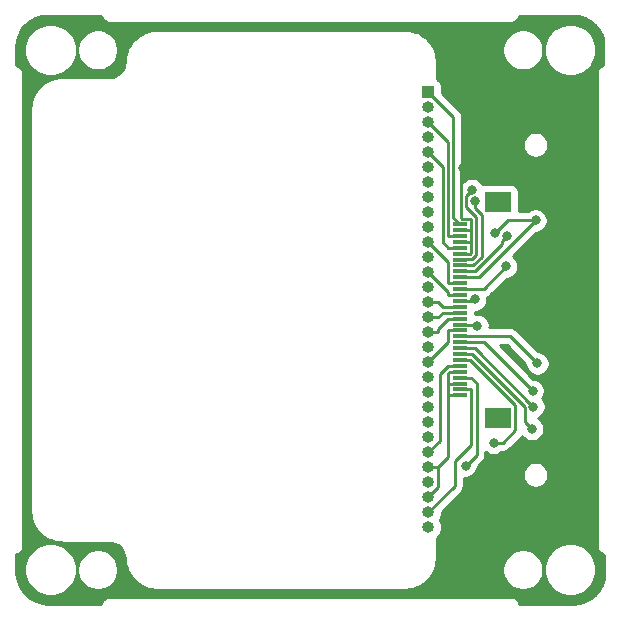
<source format=gbr>
G04 #@! TF.GenerationSoftware,KiCad,Pcbnew,5.1.2-f72e74a~84~ubuntu18.04.1*
G04 #@! TF.CreationDate,2019-07-12T15:09:15+09:00*
G04 #@! TF.ProjectId,top_pcb,746f705f-7063-4622-9e6b-696361645f70,rev?*
G04 #@! TF.SameCoordinates,Original*
G04 #@! TF.FileFunction,Copper,L2,Bot*
G04 #@! TF.FilePolarity,Positive*
%FSLAX46Y46*%
G04 Gerber Fmt 4.6, Leading zero omitted, Abs format (unit mm)*
G04 Created by KiCad (PCBNEW 5.1.2-f72e74a~84~ubuntu18.04.1) date 2019-07-12 15:09:15*
%MOMM*%
%LPD*%
G04 APERTURE LIST*
%ADD10R,2.200000X1.800000*%
%ADD11R,1.300000X0.300000*%
%ADD12R,1.000000X1.000000*%
%ADD13O,1.000000X1.000000*%
%ADD14C,0.800000*%
%ADD15C,0.250000*%
%ADD16C,0.254000*%
G04 APERTURE END LIST*
D10*
X140900000Y-84150000D03*
X140900000Y-65850000D03*
D11*
X137650000Y-67750000D03*
X137650000Y-68250000D03*
X137650000Y-68750000D03*
X137650000Y-69250000D03*
X137650000Y-69750000D03*
X137650000Y-70250000D03*
X137650000Y-70750000D03*
X137650000Y-71250000D03*
X137650000Y-71750000D03*
X137650000Y-72250000D03*
X137650000Y-72750000D03*
X137650000Y-73250000D03*
X137650000Y-73750000D03*
X137650000Y-74250000D03*
X137650000Y-74750000D03*
X137650000Y-75250000D03*
X137650000Y-75750000D03*
X137650000Y-76250000D03*
X137650000Y-76750000D03*
X137650000Y-77250000D03*
X137650000Y-77750000D03*
X137650000Y-78250000D03*
X137650000Y-78750000D03*
X137650000Y-79250000D03*
X137650000Y-79750000D03*
X137650000Y-80250000D03*
X137650000Y-80750000D03*
X137650000Y-81250000D03*
X137650000Y-81750000D03*
X137650000Y-82250000D03*
D12*
X135000000Y-56585000D03*
D13*
X135000000Y-57855000D03*
X135000000Y-59125000D03*
X135000000Y-60395000D03*
X135000000Y-61665000D03*
X135000000Y-62935000D03*
X135000000Y-64205000D03*
X135000000Y-65475000D03*
X135000000Y-66745000D03*
X135000000Y-68015000D03*
X135000000Y-69285000D03*
X135000000Y-70555000D03*
X135000000Y-71825000D03*
X135000000Y-73095000D03*
X135000000Y-74365000D03*
X135000000Y-75635000D03*
X135000000Y-76905000D03*
X135000000Y-78175000D03*
X135000000Y-79445000D03*
X135000000Y-80715000D03*
X135000000Y-81985000D03*
X135000000Y-83255000D03*
X135000000Y-84525000D03*
X135000000Y-85795000D03*
X135000000Y-87065000D03*
X135000000Y-88335000D03*
X135000000Y-89605000D03*
X135000000Y-90875000D03*
X135000000Y-92145000D03*
X135000000Y-93415000D03*
D14*
X137922000Y-62979300D03*
X138823700Y-60401200D03*
X139039600Y-57924700D03*
X143904163Y-55040424D03*
X144416310Y-94721210D03*
X106047125Y-99553165D03*
X106299000Y-50698400D03*
X138923433Y-65834545D03*
X140657300Y-68482800D03*
X144074000Y-67429500D03*
X141587400Y-71335400D03*
X138958500Y-74125000D03*
X139141200Y-76365100D03*
X144237200Y-79541500D03*
X143900600Y-83209500D03*
X140522600Y-86265300D03*
X138150500Y-88191800D03*
X143760500Y-85084700D03*
X143826800Y-81865500D03*
X141657600Y-68749900D03*
X138679700Y-64864700D03*
D15*
X138550000Y-69250000D02*
X137650000Y-69250000D01*
X138625001Y-69325001D02*
X138550000Y-69250000D01*
X138625001Y-70160001D02*
X138625001Y-69325001D01*
X138535002Y-70250000D02*
X138625001Y-70160001D01*
X137650000Y-70250000D02*
X138535002Y-70250000D01*
X138550000Y-68250000D02*
X137650000Y-68250000D01*
X138585000Y-68250000D02*
X138550000Y-68250000D01*
X138625001Y-68290001D02*
X138585000Y-68250000D01*
X138625001Y-69325001D02*
X138625001Y-68290001D01*
X138560001Y-67274999D02*
X137811409Y-67274999D01*
X138625001Y-67339999D02*
X138560001Y-67274999D01*
X138585000Y-68250000D02*
X138625001Y-68209999D01*
X138625001Y-68209999D02*
X138625001Y-67339999D01*
X137748422Y-63152878D02*
X137922000Y-62979300D01*
X137811409Y-67274999D02*
X137748422Y-67212012D01*
X137748422Y-67212012D02*
X137748422Y-63152878D01*
X138823700Y-60401200D02*
X138823700Y-58140600D01*
X138823700Y-58140600D02*
X139039600Y-57924700D01*
X143904163Y-55040424D02*
X143904163Y-57594963D01*
X147294600Y-60985400D02*
X147294600Y-91592400D01*
X143904163Y-57594963D02*
X147294600Y-60985400D01*
X147294600Y-91592400D02*
X144416310Y-94470690D01*
X144416310Y-94470690D02*
X144416310Y-94721210D01*
X143904163Y-55040424D02*
X138123824Y-55040424D01*
X138123824Y-55040424D02*
X134150100Y-51066700D01*
X134150100Y-51066700D02*
X106667300Y-51066700D01*
X106667300Y-51066700D02*
X106299000Y-50698400D01*
X139525021Y-70532801D02*
X139525020Y-66967198D01*
X138923433Y-66365611D02*
X138923433Y-65834545D01*
X139525020Y-66967198D02*
X138923433Y-66365611D01*
X138807822Y-71250000D02*
X139525021Y-70532801D01*
X137650000Y-71250000D02*
X138807822Y-71250000D01*
X144074000Y-67429500D02*
X141710600Y-67429500D01*
X141710600Y-67429500D02*
X140657300Y-68482800D01*
X137650000Y-72250000D02*
X139253500Y-72250000D01*
X139253500Y-72250000D02*
X144074000Y-67429500D01*
X137650000Y-73250000D02*
X139672800Y-73250000D01*
X139672800Y-73250000D02*
X141587400Y-71335400D01*
X138958500Y-74125000D02*
X138833500Y-74250000D01*
X138833500Y-74250000D02*
X137650000Y-74250000D01*
X135000000Y-75635000D02*
X135825300Y-75635000D01*
X135825300Y-75635000D02*
X136210300Y-75250000D01*
X136210300Y-75250000D02*
X137650000Y-75250000D01*
X139141200Y-76365100D02*
X139026100Y-76250000D01*
X139026100Y-76250000D02*
X137650000Y-76250000D01*
X144237200Y-79541500D02*
X141945700Y-77250000D01*
X141945700Y-77250000D02*
X137650000Y-77250000D01*
X137650000Y-78250000D02*
X138941100Y-78250000D01*
X138941100Y-78250000D02*
X143900600Y-83209500D01*
X140522600Y-86265300D02*
X141285700Y-86265300D01*
X141285700Y-86265300D02*
X142376700Y-85174300D01*
X142376700Y-85174300D02*
X142376700Y-83103700D01*
X142376700Y-83103700D02*
X138523000Y-79250000D01*
X138523000Y-79250000D02*
X137650000Y-79250000D01*
X136674700Y-81250000D02*
X136674700Y-80386900D01*
X136674700Y-80386900D02*
X136811600Y-80250000D01*
X136811600Y-80250000D02*
X137650000Y-80250000D01*
X136787300Y-81250000D02*
X136674700Y-81250000D01*
X137650000Y-81250000D02*
X136787300Y-81250000D01*
X136674700Y-82250000D02*
X136674700Y-81250000D01*
X135825300Y-88335000D02*
X136674700Y-87485600D01*
X136674700Y-87485600D02*
X136674700Y-82250000D01*
X135825300Y-88335000D02*
X135825300Y-90049700D01*
X135825300Y-90049700D02*
X135000000Y-90875000D01*
X137650000Y-82250000D02*
X136674700Y-82250000D01*
X135000000Y-88335000D02*
X135825300Y-88335000D01*
X138625300Y-81750000D02*
X138625300Y-86428200D01*
X138625300Y-86428200D02*
X137225400Y-87828100D01*
X137225400Y-87828100D02*
X137225400Y-89919600D01*
X137225400Y-89919600D02*
X135000000Y-92145000D01*
X137650000Y-81750000D02*
X138625300Y-81750000D01*
X137650000Y-80750000D02*
X138625300Y-80750000D01*
X138150500Y-88191800D02*
X139075700Y-87266600D01*
X139075700Y-87266600D02*
X139075700Y-81200400D01*
X139075700Y-81200400D02*
X138625300Y-80750000D01*
X137650000Y-79750000D02*
X136674700Y-79750000D01*
X135000000Y-87065000D02*
X135965000Y-86100000D01*
X135965000Y-86100000D02*
X135965000Y-80459700D01*
X135965000Y-80459700D02*
X136674700Y-79750000D01*
X143760500Y-85084700D02*
X143160500Y-84484700D01*
X143160500Y-84484700D02*
X143160500Y-83250600D01*
X143160500Y-83250600D02*
X138659900Y-78750000D01*
X138659900Y-78750000D02*
X137650000Y-78750000D01*
X143826800Y-81865500D02*
X139711300Y-77750000D01*
X139711300Y-77750000D02*
X137650000Y-77750000D01*
X137650000Y-76750000D02*
X136674700Y-76750000D01*
X135000000Y-79445000D02*
X136674700Y-77770300D01*
X136674700Y-77770300D02*
X136674700Y-76750000D01*
X137650000Y-75750000D02*
X136674700Y-75750000D01*
X135000000Y-76905000D02*
X135825300Y-76905000D01*
X135825300Y-76905000D02*
X135825300Y-76599400D01*
X135825300Y-76599400D02*
X136674700Y-75750000D01*
X135000000Y-74365000D02*
X135825300Y-74365000D01*
X135825300Y-74365000D02*
X136210300Y-74750000D01*
X136210300Y-74750000D02*
X137650000Y-74750000D01*
X137650000Y-73750000D02*
X136674700Y-73750000D01*
X135000000Y-71825000D02*
X136674700Y-73499700D01*
X136674700Y-73499700D02*
X136674700Y-73750000D01*
X141657600Y-68749900D02*
X141657600Y-68864700D01*
X141257601Y-69436631D02*
X141257601Y-69149899D01*
X141257601Y-69149899D02*
X141657600Y-68749900D01*
X138944232Y-71750000D02*
X141257601Y-69436631D01*
X137650000Y-71750000D02*
X138944232Y-71750000D01*
X137656599Y-70725001D02*
X137650000Y-70731600D01*
X138679700Y-64864700D02*
X138198432Y-65345968D01*
X138198432Y-65345968D02*
X138198432Y-66277020D01*
X139075011Y-70346401D02*
X138696411Y-70725001D01*
X139075011Y-67153599D02*
X139075011Y-70346401D01*
X138198432Y-66277020D02*
X139075011Y-67153599D01*
X137650000Y-70731600D02*
X137650000Y-70750000D01*
X138696411Y-70725001D02*
X137656599Y-70725001D01*
X136674700Y-69750000D02*
X136216600Y-69291900D01*
X136216600Y-69291900D02*
X136216600Y-62881600D01*
X136216600Y-62881600D02*
X135000000Y-61665000D01*
X137650000Y-69750000D02*
X136674700Y-69750000D01*
X137650000Y-68750000D02*
X136674700Y-68750000D01*
X135000000Y-59125000D02*
X136674700Y-60799700D01*
X136674700Y-60799700D02*
X136674700Y-68750000D01*
X135000000Y-56585000D02*
X137125100Y-58710100D01*
X137125100Y-58710100D02*
X137125100Y-67225100D01*
X137125100Y-67225100D02*
X137650000Y-67750000D01*
X137650000Y-72750000D02*
X136674700Y-72750000D01*
X135000000Y-69285000D02*
X136674700Y-70959700D01*
X136674700Y-70959700D02*
X136674700Y-72750000D01*
D16*
G36*
X107300273Y-50139184D02*
G01*
X107340872Y-50273020D01*
X107406800Y-50396363D01*
X107495525Y-50504475D01*
X107575128Y-50569803D01*
X107603637Y-50593200D01*
X107726980Y-50659128D01*
X107860816Y-50699727D01*
X108000000Y-50713435D01*
X108034877Y-50710000D01*
X141965123Y-50710000D01*
X142000000Y-50713435D01*
X142034877Y-50710000D01*
X142139184Y-50699727D01*
X142273020Y-50659128D01*
X142396363Y-50593200D01*
X142504475Y-50504475D01*
X142593200Y-50396363D01*
X142659128Y-50273020D01*
X142699727Y-50139184D01*
X142702187Y-50114200D01*
X147208106Y-50114200D01*
X147721830Y-50164571D01*
X148223785Y-50316120D01*
X148686737Y-50562276D01*
X149093069Y-50893673D01*
X149427287Y-51297672D01*
X149676672Y-51758898D01*
X149776414Y-52081114D01*
X149782041Y-54298044D01*
X149717367Y-54317663D01*
X149589680Y-54385913D01*
X149477762Y-54477763D01*
X149385913Y-54589681D01*
X149317663Y-54717368D01*
X149275635Y-54855916D01*
X149265000Y-54963896D01*
X149265001Y-95036105D01*
X149275636Y-95144085D01*
X149317664Y-95282633D01*
X149385914Y-95410320D01*
X149477763Y-95522238D01*
X149589681Y-95614087D01*
X149717368Y-95682337D01*
X149855916Y-95724365D01*
X149887191Y-95727445D01*
X149890000Y-96834164D01*
X149890000Y-97265279D01*
X149837335Y-97802403D01*
X149691427Y-98285673D01*
X149454429Y-98731402D01*
X149135371Y-99122604D01*
X148746407Y-99444384D01*
X148302348Y-99684485D01*
X147820102Y-99833765D01*
X147285071Y-99890000D01*
X142702601Y-99890000D01*
X142699727Y-99860816D01*
X142659128Y-99726980D01*
X142593200Y-99603637D01*
X142504475Y-99495525D01*
X142396363Y-99406800D01*
X142273020Y-99340872D01*
X142139184Y-99300273D01*
X142034877Y-99290000D01*
X142000000Y-99286565D01*
X141965123Y-99290000D01*
X108034877Y-99290000D01*
X108000000Y-99286565D01*
X107965123Y-99290000D01*
X107860816Y-99300273D01*
X107726980Y-99340872D01*
X107603637Y-99406800D01*
X107495525Y-99495525D01*
X107406800Y-99603637D01*
X107340872Y-99726980D01*
X107300273Y-99860816D01*
X107297399Y-99890000D01*
X102834720Y-99890000D01*
X102278169Y-99835429D01*
X101776219Y-99683881D01*
X101313262Y-99437723D01*
X100906932Y-99106329D01*
X100572713Y-98702328D01*
X100323326Y-98241097D01*
X100168278Y-97740215D01*
X100110000Y-97185733D01*
X100110000Y-96779872D01*
X100765000Y-96779872D01*
X100765000Y-97220128D01*
X100850890Y-97651925D01*
X101019369Y-98058669D01*
X101263962Y-98424729D01*
X101575271Y-98736038D01*
X101941331Y-98980631D01*
X102348075Y-99149110D01*
X102779872Y-99235000D01*
X103220128Y-99235000D01*
X103651925Y-99149110D01*
X104058669Y-98980631D01*
X104424729Y-98736038D01*
X104736038Y-98424729D01*
X104980631Y-98058669D01*
X105149110Y-97651925D01*
X105235000Y-97220128D01*
X105235000Y-96829117D01*
X105265000Y-96829117D01*
X105265000Y-97170883D01*
X105331675Y-97506081D01*
X105462463Y-97821831D01*
X105652337Y-98105998D01*
X105894002Y-98347663D01*
X106178169Y-98537537D01*
X106493919Y-98668325D01*
X106829117Y-98735000D01*
X107170883Y-98735000D01*
X107506081Y-98668325D01*
X107821831Y-98537537D01*
X108105998Y-98347663D01*
X108347663Y-98105998D01*
X108537537Y-97821831D01*
X108668325Y-97506081D01*
X108735000Y-97170883D01*
X108735000Y-96829117D01*
X108668325Y-96493919D01*
X108537537Y-96178169D01*
X108347663Y-95894002D01*
X108105998Y-95652337D01*
X107821831Y-95462463D01*
X107506081Y-95331675D01*
X107170883Y-95265000D01*
X106829117Y-95265000D01*
X106493919Y-95331675D01*
X106178169Y-95462463D01*
X105894002Y-95652337D01*
X105652337Y-95894002D01*
X105462463Y-96178169D01*
X105331675Y-96493919D01*
X105265000Y-96829117D01*
X105235000Y-96829117D01*
X105235000Y-96779872D01*
X105149110Y-96348075D01*
X104980631Y-95941331D01*
X104736038Y-95575271D01*
X104424729Y-95263962D01*
X104058669Y-95019369D01*
X103651925Y-94850890D01*
X103220128Y-94765000D01*
X102779872Y-94765000D01*
X102348075Y-94850890D01*
X101941331Y-95019369D01*
X101575271Y-95263962D01*
X101263962Y-95575271D01*
X101019369Y-95941331D01*
X100850890Y-96348075D01*
X100765000Y-96779872D01*
X100110000Y-96779872D01*
X100110000Y-95702601D01*
X100139184Y-95699727D01*
X100273020Y-95659128D01*
X100396363Y-95593200D01*
X100504475Y-95504475D01*
X100593200Y-95396363D01*
X100659128Y-95273020D01*
X100699727Y-95139184D01*
X100713435Y-95000000D01*
X100710000Y-94965123D01*
X100710000Y-57965124D01*
X101290000Y-57965124D01*
X101290001Y-92034877D01*
X101293058Y-92065912D01*
X101292971Y-92078313D01*
X101293939Y-92088179D01*
X101334739Y-92476371D01*
X101347677Y-92539396D01*
X101359737Y-92602618D01*
X101362602Y-92612109D01*
X101478026Y-92984983D01*
X101502960Y-93044299D01*
X101527069Y-93103971D01*
X101531723Y-93112724D01*
X101717374Y-93456079D01*
X101753356Y-93509424D01*
X101788596Y-93563276D01*
X101794861Y-93570958D01*
X102043668Y-93871713D01*
X102089323Y-93917050D01*
X102134353Y-93963033D01*
X102141991Y-93969351D01*
X102444476Y-94216052D01*
X102498041Y-94251640D01*
X102551171Y-94288020D01*
X102559891Y-94292734D01*
X102904533Y-94475984D01*
X102963995Y-94500492D01*
X103023177Y-94525858D01*
X103032647Y-94528789D01*
X103406318Y-94641607D01*
X103469456Y-94654108D01*
X103532388Y-94667485D01*
X103542247Y-94668521D01*
X103929984Y-94706539D01*
X103965123Y-94710000D01*
X107965279Y-94710000D01*
X108249899Y-94737907D01*
X108490285Y-94810484D01*
X108711991Y-94928368D01*
X108906577Y-95087068D01*
X109066635Y-95280545D01*
X109186064Y-95501424D01*
X109260317Y-95741297D01*
X109293143Y-96053623D01*
X109292971Y-96078313D01*
X109293939Y-96088179D01*
X109334739Y-96476371D01*
X109347677Y-96539396D01*
X109359737Y-96602618D01*
X109362602Y-96612109D01*
X109478026Y-96984983D01*
X109502960Y-97044299D01*
X109527069Y-97103971D01*
X109531723Y-97112724D01*
X109717374Y-97456079D01*
X109753356Y-97509424D01*
X109788596Y-97563276D01*
X109794861Y-97570958D01*
X110043668Y-97871713D01*
X110089323Y-97917050D01*
X110134353Y-97963033D01*
X110141991Y-97969351D01*
X110444476Y-98216052D01*
X110498041Y-98251640D01*
X110551171Y-98288020D01*
X110559891Y-98292734D01*
X110904533Y-98475984D01*
X110963995Y-98500492D01*
X111023177Y-98525858D01*
X111032647Y-98528789D01*
X111406318Y-98641607D01*
X111469456Y-98654108D01*
X111532388Y-98667485D01*
X111542247Y-98668521D01*
X111929984Y-98706539D01*
X111965123Y-98710000D01*
X133034877Y-98710000D01*
X133065921Y-98706943D01*
X133078313Y-98707029D01*
X133088179Y-98706061D01*
X133476371Y-98665261D01*
X133539396Y-98652323D01*
X133602618Y-98640263D01*
X133612109Y-98637398D01*
X133984983Y-98521974D01*
X134044299Y-98497040D01*
X134103971Y-98472931D01*
X134112724Y-98468277D01*
X134456079Y-98282626D01*
X134509424Y-98246644D01*
X134563276Y-98211404D01*
X134570958Y-98205139D01*
X134871713Y-97956332D01*
X134917050Y-97910677D01*
X134963033Y-97865647D01*
X134969351Y-97858009D01*
X135216052Y-97555524D01*
X135251640Y-97501959D01*
X135288020Y-97448829D01*
X135292734Y-97440109D01*
X135475984Y-97095467D01*
X135500492Y-97036005D01*
X135525858Y-96976823D01*
X135528789Y-96967353D01*
X135570524Y-96829117D01*
X141265000Y-96829117D01*
X141265000Y-97170883D01*
X141331675Y-97506081D01*
X141462463Y-97821831D01*
X141652337Y-98105998D01*
X141894002Y-98347663D01*
X142178169Y-98537537D01*
X142493919Y-98668325D01*
X142829117Y-98735000D01*
X143170883Y-98735000D01*
X143506081Y-98668325D01*
X143821831Y-98537537D01*
X144105998Y-98347663D01*
X144347663Y-98105998D01*
X144537537Y-97821831D01*
X144668325Y-97506081D01*
X144735000Y-97170883D01*
X144735000Y-96829117D01*
X144725205Y-96779872D01*
X144765000Y-96779872D01*
X144765000Y-97220128D01*
X144850890Y-97651925D01*
X145019369Y-98058669D01*
X145263962Y-98424729D01*
X145575271Y-98736038D01*
X145941331Y-98980631D01*
X146348075Y-99149110D01*
X146779872Y-99235000D01*
X147220128Y-99235000D01*
X147651925Y-99149110D01*
X148058669Y-98980631D01*
X148424729Y-98736038D01*
X148736038Y-98424729D01*
X148980631Y-98058669D01*
X149149110Y-97651925D01*
X149235000Y-97220128D01*
X149235000Y-96779872D01*
X149149110Y-96348075D01*
X148980631Y-95941331D01*
X148736038Y-95575271D01*
X148424729Y-95263962D01*
X148058669Y-95019369D01*
X147651925Y-94850890D01*
X147220128Y-94765000D01*
X146779872Y-94765000D01*
X146348075Y-94850890D01*
X145941331Y-95019369D01*
X145575271Y-95263962D01*
X145263962Y-95575271D01*
X145019369Y-95941331D01*
X144850890Y-96348075D01*
X144765000Y-96779872D01*
X144725205Y-96779872D01*
X144668325Y-96493919D01*
X144537537Y-96178169D01*
X144347663Y-95894002D01*
X144105998Y-95652337D01*
X143821831Y-95462463D01*
X143506081Y-95331675D01*
X143170883Y-95265000D01*
X142829117Y-95265000D01*
X142493919Y-95331675D01*
X142178169Y-95462463D01*
X141894002Y-95652337D01*
X141652337Y-95894002D01*
X141462463Y-96178169D01*
X141331675Y-96493919D01*
X141265000Y-96829117D01*
X135570524Y-96829117D01*
X135641607Y-96593682D01*
X135654108Y-96530544D01*
X135667485Y-96467612D01*
X135668521Y-96457753D01*
X135706611Y-96069284D01*
X135710000Y-96034877D01*
X135710000Y-94300603D01*
X135806449Y-94221449D01*
X135948284Y-94048623D01*
X136053676Y-93851447D01*
X136118577Y-93637499D01*
X136140491Y-93415000D01*
X136118577Y-93192501D01*
X136053676Y-92978553D01*
X135948284Y-92781377D01*
X135947154Y-92780000D01*
X135948284Y-92778623D01*
X136053676Y-92581447D01*
X136118577Y-92367499D01*
X136140491Y-92145000D01*
X136134601Y-92085200D01*
X137736403Y-90483399D01*
X137765401Y-90459601D01*
X137860374Y-90343876D01*
X137930946Y-90211847D01*
X137974403Y-90068586D01*
X137985400Y-89956933D01*
X137985400Y-89956923D01*
X137989076Y-89919600D01*
X137985400Y-89882277D01*
X137985400Y-89214237D01*
X138048561Y-89226800D01*
X138252439Y-89226800D01*
X138452398Y-89187026D01*
X138640756Y-89109005D01*
X138810274Y-88995737D01*
X138942874Y-88863137D01*
X142989000Y-88863137D01*
X142989000Y-89076863D01*
X143030696Y-89286483D01*
X143112485Y-89483940D01*
X143231225Y-89661647D01*
X143382353Y-89812775D01*
X143560060Y-89931515D01*
X143757517Y-90013304D01*
X143967137Y-90055000D01*
X144180863Y-90055000D01*
X144390483Y-90013304D01*
X144587940Y-89931515D01*
X144765647Y-89812775D01*
X144916775Y-89661647D01*
X145035515Y-89483940D01*
X145117304Y-89286483D01*
X145159000Y-89076863D01*
X145159000Y-88863137D01*
X145117304Y-88653517D01*
X145035515Y-88456060D01*
X144916775Y-88278353D01*
X144765647Y-88127225D01*
X144587940Y-88008485D01*
X144390483Y-87926696D01*
X144180863Y-87885000D01*
X143967137Y-87885000D01*
X143757517Y-87926696D01*
X143560060Y-88008485D01*
X143382353Y-88127225D01*
X143231225Y-88278353D01*
X143112485Y-88456060D01*
X143030696Y-88653517D01*
X142989000Y-88863137D01*
X138942874Y-88863137D01*
X138954437Y-88851574D01*
X139067705Y-88682056D01*
X139145726Y-88493698D01*
X139185500Y-88293739D01*
X139185500Y-88231602D01*
X139586709Y-87830394D01*
X139615701Y-87806601D01*
X139639495Y-87777608D01*
X139639499Y-87777604D01*
X139710673Y-87690877D01*
X139710674Y-87690876D01*
X139781246Y-87558847D01*
X139824703Y-87415586D01*
X139835700Y-87303933D01*
X139835700Y-87303924D01*
X139839376Y-87266601D01*
X139835700Y-87229278D01*
X139835700Y-87042111D01*
X139862826Y-87069237D01*
X140032344Y-87182505D01*
X140220702Y-87260526D01*
X140420661Y-87300300D01*
X140624539Y-87300300D01*
X140824498Y-87260526D01*
X141012856Y-87182505D01*
X141182374Y-87069237D01*
X141226311Y-87025300D01*
X141248378Y-87025300D01*
X141285700Y-87028976D01*
X141323022Y-87025300D01*
X141323033Y-87025300D01*
X141434686Y-87014303D01*
X141577947Y-86970846D01*
X141709976Y-86900274D01*
X141825701Y-86805301D01*
X141849504Y-86776298D01*
X142887704Y-85738098D01*
X142916701Y-85714301D01*
X142927561Y-85701069D01*
X142956563Y-85744474D01*
X143100726Y-85888637D01*
X143270244Y-86001905D01*
X143458602Y-86079926D01*
X143658561Y-86119700D01*
X143862439Y-86119700D01*
X144062398Y-86079926D01*
X144250756Y-86001905D01*
X144420274Y-85888637D01*
X144564437Y-85744474D01*
X144677705Y-85574956D01*
X144755726Y-85386598D01*
X144795500Y-85186639D01*
X144795500Y-84982761D01*
X144755726Y-84782802D01*
X144677705Y-84594444D01*
X144564437Y-84424926D01*
X144420274Y-84280763D01*
X144266685Y-84178139D01*
X144390856Y-84126705D01*
X144560374Y-84013437D01*
X144704537Y-83869274D01*
X144817805Y-83699756D01*
X144895826Y-83511398D01*
X144935600Y-83311439D01*
X144935600Y-83107561D01*
X144895826Y-82907602D01*
X144817805Y-82719244D01*
X144704537Y-82549726D01*
X144650503Y-82495692D01*
X144744005Y-82355756D01*
X144822026Y-82167398D01*
X144861800Y-81967439D01*
X144861800Y-81763561D01*
X144822026Y-81563602D01*
X144744005Y-81375244D01*
X144630737Y-81205726D01*
X144486574Y-81061563D01*
X144317056Y-80948295D01*
X144128698Y-80870274D01*
X143928739Y-80830500D01*
X143866602Y-80830500D01*
X141046101Y-78010000D01*
X141630899Y-78010000D01*
X143202200Y-79581303D01*
X143202200Y-79643439D01*
X143241974Y-79843398D01*
X143319995Y-80031756D01*
X143433263Y-80201274D01*
X143577426Y-80345437D01*
X143746944Y-80458705D01*
X143935302Y-80536726D01*
X144135261Y-80576500D01*
X144339139Y-80576500D01*
X144539098Y-80536726D01*
X144727456Y-80458705D01*
X144896974Y-80345437D01*
X145041137Y-80201274D01*
X145154405Y-80031756D01*
X145232426Y-79843398D01*
X145272200Y-79643439D01*
X145272200Y-79439561D01*
X145232426Y-79239602D01*
X145154405Y-79051244D01*
X145041137Y-78881726D01*
X144896974Y-78737563D01*
X144727456Y-78624295D01*
X144539098Y-78546274D01*
X144339139Y-78506500D01*
X144277003Y-78506500D01*
X142509504Y-76739002D01*
X142485701Y-76709999D01*
X142369976Y-76615026D01*
X142237947Y-76544454D01*
X142094686Y-76500997D01*
X141983033Y-76490000D01*
X141983022Y-76490000D01*
X141945700Y-76486324D01*
X141908378Y-76490000D01*
X140171633Y-76490000D01*
X140176200Y-76467039D01*
X140176200Y-76263161D01*
X140136426Y-76063202D01*
X140058405Y-75874844D01*
X139945137Y-75705326D01*
X139800974Y-75561163D01*
X139631456Y-75447895D01*
X139443098Y-75369874D01*
X139243139Y-75330100D01*
X139039261Y-75330100D01*
X138938072Y-75350228D01*
X138938072Y-75160000D01*
X139060439Y-75160000D01*
X139260398Y-75120226D01*
X139448756Y-75042205D01*
X139618274Y-74928937D01*
X139762437Y-74784774D01*
X139875705Y-74615256D01*
X139953726Y-74426898D01*
X139993500Y-74226939D01*
X139993500Y-74023061D01*
X139978627Y-73948287D01*
X140097076Y-73884974D01*
X140212801Y-73790001D01*
X140236604Y-73760997D01*
X141627202Y-72370400D01*
X141689339Y-72370400D01*
X141889298Y-72330626D01*
X142077656Y-72252605D01*
X142247174Y-72139337D01*
X142391337Y-71995174D01*
X142504605Y-71825656D01*
X142582626Y-71637298D01*
X142622400Y-71437339D01*
X142622400Y-71233461D01*
X142582626Y-71033502D01*
X142504605Y-70845144D01*
X142391337Y-70675626D01*
X142247174Y-70531463D01*
X142127082Y-70451220D01*
X144113803Y-68464500D01*
X144175939Y-68464500D01*
X144375898Y-68424726D01*
X144564256Y-68346705D01*
X144733774Y-68233437D01*
X144877937Y-68089274D01*
X144991205Y-67919756D01*
X145069226Y-67731398D01*
X145109000Y-67531439D01*
X145109000Y-67327561D01*
X145069226Y-67127602D01*
X144991205Y-66939244D01*
X144877937Y-66769726D01*
X144733774Y-66625563D01*
X144564256Y-66512295D01*
X144375898Y-66434274D01*
X144175939Y-66394500D01*
X143972061Y-66394500D01*
X143772102Y-66434274D01*
X143583744Y-66512295D01*
X143414226Y-66625563D01*
X143370289Y-66669500D01*
X142638072Y-66669500D01*
X142638072Y-64950000D01*
X142625812Y-64825518D01*
X142589502Y-64705820D01*
X142530537Y-64595506D01*
X142451185Y-64498815D01*
X142354494Y-64419463D01*
X142244180Y-64360498D01*
X142124482Y-64324188D01*
X142000000Y-64311928D01*
X139800000Y-64311928D01*
X139675518Y-64324188D01*
X139582233Y-64352486D01*
X139483637Y-64204926D01*
X139339474Y-64060763D01*
X139169956Y-63947495D01*
X138981598Y-63869474D01*
X138781639Y-63829700D01*
X138577761Y-63829700D01*
X138377802Y-63869474D01*
X138189444Y-63947495D01*
X138019926Y-64060763D01*
X137885100Y-64195589D01*
X137885100Y-60923137D01*
X142989000Y-60923137D01*
X142989000Y-61136863D01*
X143030696Y-61346483D01*
X143112485Y-61543940D01*
X143231225Y-61721647D01*
X143382353Y-61872775D01*
X143560060Y-61991515D01*
X143757517Y-62073304D01*
X143967137Y-62115000D01*
X144180863Y-62115000D01*
X144390483Y-62073304D01*
X144587940Y-61991515D01*
X144765647Y-61872775D01*
X144916775Y-61721647D01*
X145035515Y-61543940D01*
X145117304Y-61346483D01*
X145159000Y-61136863D01*
X145159000Y-60923137D01*
X145117304Y-60713517D01*
X145035515Y-60516060D01*
X144916775Y-60338353D01*
X144765647Y-60187225D01*
X144587940Y-60068485D01*
X144390483Y-59986696D01*
X144180863Y-59945000D01*
X143967137Y-59945000D01*
X143757517Y-59986696D01*
X143560060Y-60068485D01*
X143382353Y-60187225D01*
X143231225Y-60338353D01*
X143112485Y-60516060D01*
X143030696Y-60713517D01*
X142989000Y-60923137D01*
X137885100Y-60923137D01*
X137885100Y-58747422D01*
X137888776Y-58710099D01*
X137885100Y-58672776D01*
X137885100Y-58672767D01*
X137874103Y-58561114D01*
X137830646Y-58417853D01*
X137760074Y-58285824D01*
X137665101Y-58170099D01*
X137636104Y-58146302D01*
X136138072Y-56648271D01*
X136138072Y-56085000D01*
X136125812Y-55960518D01*
X136089502Y-55840820D01*
X136030537Y-55730506D01*
X135951185Y-55633815D01*
X135854494Y-55554463D01*
X135744180Y-55495498D01*
X135710000Y-55485130D01*
X135710000Y-53965123D01*
X135706943Y-53934079D01*
X135707029Y-53921687D01*
X135706061Y-53911821D01*
X135665260Y-53523628D01*
X135652330Y-53460640D01*
X135640263Y-53397381D01*
X135637398Y-53387891D01*
X135521974Y-53015016D01*
X135497029Y-52955675D01*
X135472931Y-52896029D01*
X135468277Y-52887276D01*
X135436831Y-52829117D01*
X141265000Y-52829117D01*
X141265000Y-53170883D01*
X141331675Y-53506081D01*
X141462463Y-53821831D01*
X141652337Y-54105998D01*
X141894002Y-54347663D01*
X142178169Y-54537537D01*
X142493919Y-54668325D01*
X142829117Y-54735000D01*
X143170883Y-54735000D01*
X143506081Y-54668325D01*
X143821831Y-54537537D01*
X144105998Y-54347663D01*
X144347663Y-54105998D01*
X144537537Y-53821831D01*
X144668325Y-53506081D01*
X144735000Y-53170883D01*
X144735000Y-52829117D01*
X144725205Y-52779872D01*
X144765000Y-52779872D01*
X144765000Y-53220128D01*
X144850890Y-53651925D01*
X145019369Y-54058669D01*
X145263962Y-54424729D01*
X145575271Y-54736038D01*
X145941331Y-54980631D01*
X146348075Y-55149110D01*
X146779872Y-55235000D01*
X147220128Y-55235000D01*
X147651925Y-55149110D01*
X148058669Y-54980631D01*
X148424729Y-54736038D01*
X148736038Y-54424729D01*
X148980631Y-54058669D01*
X149149110Y-53651925D01*
X149235000Y-53220128D01*
X149235000Y-52779872D01*
X149149110Y-52348075D01*
X148980631Y-51941331D01*
X148736038Y-51575271D01*
X148424729Y-51263962D01*
X148058669Y-51019369D01*
X147651925Y-50850890D01*
X147220128Y-50765000D01*
X146779872Y-50765000D01*
X146348075Y-50850890D01*
X145941331Y-51019369D01*
X145575271Y-51263962D01*
X145263962Y-51575271D01*
X145019369Y-51941331D01*
X144850890Y-52348075D01*
X144765000Y-52779872D01*
X144725205Y-52779872D01*
X144668325Y-52493919D01*
X144537537Y-52178169D01*
X144347663Y-51894002D01*
X144105998Y-51652337D01*
X143821831Y-51462463D01*
X143506081Y-51331675D01*
X143170883Y-51265000D01*
X142829117Y-51265000D01*
X142493919Y-51331675D01*
X142178169Y-51462463D01*
X141894002Y-51652337D01*
X141652337Y-51894002D01*
X141462463Y-52178169D01*
X141331675Y-52493919D01*
X141265000Y-52829117D01*
X135436831Y-52829117D01*
X135282626Y-52543921D01*
X135246644Y-52490576D01*
X135211404Y-52436724D01*
X135205138Y-52429042D01*
X134956332Y-52128287D01*
X134910677Y-52082950D01*
X134865647Y-52036967D01*
X134858009Y-52030648D01*
X134555524Y-51783948D01*
X134501941Y-51748348D01*
X134448828Y-51711980D01*
X134440108Y-51707265D01*
X134095467Y-51524016D01*
X134035993Y-51499503D01*
X133976823Y-51474142D01*
X133967353Y-51471211D01*
X133593681Y-51358393D01*
X133530551Y-51345893D01*
X133467612Y-51332515D01*
X133457753Y-51331479D01*
X133070016Y-51293461D01*
X133034877Y-51290000D01*
X111965123Y-51290000D01*
X111934079Y-51293057D01*
X111921687Y-51292971D01*
X111911821Y-51293939D01*
X111523628Y-51334740D01*
X111460640Y-51347670D01*
X111397381Y-51359737D01*
X111387891Y-51362602D01*
X111015016Y-51478026D01*
X110955675Y-51502971D01*
X110896029Y-51527069D01*
X110887276Y-51531723D01*
X110543921Y-51717374D01*
X110490576Y-51753356D01*
X110436724Y-51788596D01*
X110429042Y-51794862D01*
X110128287Y-52043668D01*
X110082950Y-52089323D01*
X110036967Y-52134353D01*
X110030648Y-52141991D01*
X109783948Y-52444476D01*
X109748348Y-52498059D01*
X109711980Y-52551172D01*
X109707265Y-52559892D01*
X109524016Y-52904533D01*
X109499503Y-52964007D01*
X109474142Y-53023177D01*
X109471211Y-53032647D01*
X109358393Y-53406319D01*
X109345893Y-53469449D01*
X109332515Y-53532388D01*
X109331479Y-53542247D01*
X109293389Y-53930716D01*
X109262093Y-54249899D01*
X109189517Y-54490282D01*
X109071633Y-54711989D01*
X108912929Y-54906580D01*
X108719455Y-55066635D01*
X108498576Y-55186064D01*
X108258701Y-55260317D01*
X107976291Y-55290000D01*
X103965123Y-55290000D01*
X103934079Y-55293057D01*
X103921687Y-55292971D01*
X103911821Y-55293939D01*
X103523628Y-55334740D01*
X103460640Y-55347670D01*
X103397381Y-55359737D01*
X103387891Y-55362602D01*
X103015016Y-55478026D01*
X102955675Y-55502971D01*
X102896029Y-55527069D01*
X102887276Y-55531723D01*
X102543921Y-55717374D01*
X102490576Y-55753356D01*
X102436724Y-55788596D01*
X102429042Y-55794862D01*
X102128287Y-56043668D01*
X102082950Y-56089323D01*
X102036967Y-56134353D01*
X102030648Y-56141991D01*
X101783948Y-56444476D01*
X101748348Y-56498059D01*
X101711980Y-56551172D01*
X101707265Y-56559892D01*
X101524016Y-56904533D01*
X101499503Y-56964007D01*
X101474142Y-57023177D01*
X101471211Y-57032647D01*
X101358393Y-57406319D01*
X101345893Y-57469449D01*
X101332515Y-57532388D01*
X101331479Y-57542247D01*
X101293439Y-57930210D01*
X101290000Y-57965124D01*
X100710000Y-57965124D01*
X100710000Y-55034877D01*
X100713435Y-55000000D01*
X100699727Y-54860816D01*
X100659128Y-54726980D01*
X100593200Y-54603637D01*
X100504475Y-54495525D01*
X100396363Y-54406800D01*
X100273020Y-54340872D01*
X100139184Y-54300273D01*
X100110000Y-54297399D01*
X100110000Y-52779872D01*
X100765000Y-52779872D01*
X100765000Y-53220128D01*
X100850890Y-53651925D01*
X101019369Y-54058669D01*
X101263962Y-54424729D01*
X101575271Y-54736038D01*
X101941331Y-54980631D01*
X102348075Y-55149110D01*
X102779872Y-55235000D01*
X103220128Y-55235000D01*
X103651925Y-55149110D01*
X104058669Y-54980631D01*
X104424729Y-54736038D01*
X104736038Y-54424729D01*
X104980631Y-54058669D01*
X105149110Y-53651925D01*
X105235000Y-53220128D01*
X105235000Y-52829117D01*
X105265000Y-52829117D01*
X105265000Y-53170883D01*
X105331675Y-53506081D01*
X105462463Y-53821831D01*
X105652337Y-54105998D01*
X105894002Y-54347663D01*
X106178169Y-54537537D01*
X106493919Y-54668325D01*
X106829117Y-54735000D01*
X107170883Y-54735000D01*
X107506081Y-54668325D01*
X107821831Y-54537537D01*
X108105998Y-54347663D01*
X108347663Y-54105998D01*
X108537537Y-53821831D01*
X108668325Y-53506081D01*
X108735000Y-53170883D01*
X108735000Y-52829117D01*
X108668325Y-52493919D01*
X108537537Y-52178169D01*
X108347663Y-51894002D01*
X108105998Y-51652337D01*
X107821831Y-51462463D01*
X107506081Y-51331675D01*
X107170883Y-51265000D01*
X106829117Y-51265000D01*
X106493919Y-51331675D01*
X106178169Y-51462463D01*
X105894002Y-51652337D01*
X105652337Y-51894002D01*
X105462463Y-52178169D01*
X105331675Y-52493919D01*
X105265000Y-52829117D01*
X105235000Y-52829117D01*
X105235000Y-52779872D01*
X105149110Y-52348075D01*
X104980631Y-51941331D01*
X104736038Y-51575271D01*
X104424729Y-51263962D01*
X104058669Y-51019369D01*
X103651925Y-50850890D01*
X103220128Y-50765000D01*
X102779872Y-50765000D01*
X102348075Y-50850890D01*
X101941331Y-51019369D01*
X101575271Y-51263962D01*
X101263962Y-51575271D01*
X101019369Y-51941331D01*
X100850890Y-52348075D01*
X100765000Y-52779872D01*
X100110000Y-52779872D01*
X100110000Y-52734720D01*
X100162665Y-52197597D01*
X100308574Y-51714326D01*
X100545570Y-51268601D01*
X100864631Y-50877393D01*
X101253593Y-50555616D01*
X101697654Y-50315514D01*
X102179898Y-50166235D01*
X102674969Y-50114200D01*
X107297813Y-50114200D01*
X107300273Y-50139184D01*
X107300273Y-50139184D01*
G37*
X107300273Y-50139184D02*
X107340872Y-50273020D01*
X107406800Y-50396363D01*
X107495525Y-50504475D01*
X107575128Y-50569803D01*
X107603637Y-50593200D01*
X107726980Y-50659128D01*
X107860816Y-50699727D01*
X108000000Y-50713435D01*
X108034877Y-50710000D01*
X141965123Y-50710000D01*
X142000000Y-50713435D01*
X142034877Y-50710000D01*
X142139184Y-50699727D01*
X142273020Y-50659128D01*
X142396363Y-50593200D01*
X142504475Y-50504475D01*
X142593200Y-50396363D01*
X142659128Y-50273020D01*
X142699727Y-50139184D01*
X142702187Y-50114200D01*
X147208106Y-50114200D01*
X147721830Y-50164571D01*
X148223785Y-50316120D01*
X148686737Y-50562276D01*
X149093069Y-50893673D01*
X149427287Y-51297672D01*
X149676672Y-51758898D01*
X149776414Y-52081114D01*
X149782041Y-54298044D01*
X149717367Y-54317663D01*
X149589680Y-54385913D01*
X149477762Y-54477763D01*
X149385913Y-54589681D01*
X149317663Y-54717368D01*
X149275635Y-54855916D01*
X149265000Y-54963896D01*
X149265001Y-95036105D01*
X149275636Y-95144085D01*
X149317664Y-95282633D01*
X149385914Y-95410320D01*
X149477763Y-95522238D01*
X149589681Y-95614087D01*
X149717368Y-95682337D01*
X149855916Y-95724365D01*
X149887191Y-95727445D01*
X149890000Y-96834164D01*
X149890000Y-97265279D01*
X149837335Y-97802403D01*
X149691427Y-98285673D01*
X149454429Y-98731402D01*
X149135371Y-99122604D01*
X148746407Y-99444384D01*
X148302348Y-99684485D01*
X147820102Y-99833765D01*
X147285071Y-99890000D01*
X142702601Y-99890000D01*
X142699727Y-99860816D01*
X142659128Y-99726980D01*
X142593200Y-99603637D01*
X142504475Y-99495525D01*
X142396363Y-99406800D01*
X142273020Y-99340872D01*
X142139184Y-99300273D01*
X142034877Y-99290000D01*
X142000000Y-99286565D01*
X141965123Y-99290000D01*
X108034877Y-99290000D01*
X108000000Y-99286565D01*
X107965123Y-99290000D01*
X107860816Y-99300273D01*
X107726980Y-99340872D01*
X107603637Y-99406800D01*
X107495525Y-99495525D01*
X107406800Y-99603637D01*
X107340872Y-99726980D01*
X107300273Y-99860816D01*
X107297399Y-99890000D01*
X102834720Y-99890000D01*
X102278169Y-99835429D01*
X101776219Y-99683881D01*
X101313262Y-99437723D01*
X100906932Y-99106329D01*
X100572713Y-98702328D01*
X100323326Y-98241097D01*
X100168278Y-97740215D01*
X100110000Y-97185733D01*
X100110000Y-96779872D01*
X100765000Y-96779872D01*
X100765000Y-97220128D01*
X100850890Y-97651925D01*
X101019369Y-98058669D01*
X101263962Y-98424729D01*
X101575271Y-98736038D01*
X101941331Y-98980631D01*
X102348075Y-99149110D01*
X102779872Y-99235000D01*
X103220128Y-99235000D01*
X103651925Y-99149110D01*
X104058669Y-98980631D01*
X104424729Y-98736038D01*
X104736038Y-98424729D01*
X104980631Y-98058669D01*
X105149110Y-97651925D01*
X105235000Y-97220128D01*
X105235000Y-96829117D01*
X105265000Y-96829117D01*
X105265000Y-97170883D01*
X105331675Y-97506081D01*
X105462463Y-97821831D01*
X105652337Y-98105998D01*
X105894002Y-98347663D01*
X106178169Y-98537537D01*
X106493919Y-98668325D01*
X106829117Y-98735000D01*
X107170883Y-98735000D01*
X107506081Y-98668325D01*
X107821831Y-98537537D01*
X108105998Y-98347663D01*
X108347663Y-98105998D01*
X108537537Y-97821831D01*
X108668325Y-97506081D01*
X108735000Y-97170883D01*
X108735000Y-96829117D01*
X108668325Y-96493919D01*
X108537537Y-96178169D01*
X108347663Y-95894002D01*
X108105998Y-95652337D01*
X107821831Y-95462463D01*
X107506081Y-95331675D01*
X107170883Y-95265000D01*
X106829117Y-95265000D01*
X106493919Y-95331675D01*
X106178169Y-95462463D01*
X105894002Y-95652337D01*
X105652337Y-95894002D01*
X105462463Y-96178169D01*
X105331675Y-96493919D01*
X105265000Y-96829117D01*
X105235000Y-96829117D01*
X105235000Y-96779872D01*
X105149110Y-96348075D01*
X104980631Y-95941331D01*
X104736038Y-95575271D01*
X104424729Y-95263962D01*
X104058669Y-95019369D01*
X103651925Y-94850890D01*
X103220128Y-94765000D01*
X102779872Y-94765000D01*
X102348075Y-94850890D01*
X101941331Y-95019369D01*
X101575271Y-95263962D01*
X101263962Y-95575271D01*
X101019369Y-95941331D01*
X100850890Y-96348075D01*
X100765000Y-96779872D01*
X100110000Y-96779872D01*
X100110000Y-95702601D01*
X100139184Y-95699727D01*
X100273020Y-95659128D01*
X100396363Y-95593200D01*
X100504475Y-95504475D01*
X100593200Y-95396363D01*
X100659128Y-95273020D01*
X100699727Y-95139184D01*
X100713435Y-95000000D01*
X100710000Y-94965123D01*
X100710000Y-57965124D01*
X101290000Y-57965124D01*
X101290001Y-92034877D01*
X101293058Y-92065912D01*
X101292971Y-92078313D01*
X101293939Y-92088179D01*
X101334739Y-92476371D01*
X101347677Y-92539396D01*
X101359737Y-92602618D01*
X101362602Y-92612109D01*
X101478026Y-92984983D01*
X101502960Y-93044299D01*
X101527069Y-93103971D01*
X101531723Y-93112724D01*
X101717374Y-93456079D01*
X101753356Y-93509424D01*
X101788596Y-93563276D01*
X101794861Y-93570958D01*
X102043668Y-93871713D01*
X102089323Y-93917050D01*
X102134353Y-93963033D01*
X102141991Y-93969351D01*
X102444476Y-94216052D01*
X102498041Y-94251640D01*
X102551171Y-94288020D01*
X102559891Y-94292734D01*
X102904533Y-94475984D01*
X102963995Y-94500492D01*
X103023177Y-94525858D01*
X103032647Y-94528789D01*
X103406318Y-94641607D01*
X103469456Y-94654108D01*
X103532388Y-94667485D01*
X103542247Y-94668521D01*
X103929984Y-94706539D01*
X103965123Y-94710000D01*
X107965279Y-94710000D01*
X108249899Y-94737907D01*
X108490285Y-94810484D01*
X108711991Y-94928368D01*
X108906577Y-95087068D01*
X109066635Y-95280545D01*
X109186064Y-95501424D01*
X109260317Y-95741297D01*
X109293143Y-96053623D01*
X109292971Y-96078313D01*
X109293939Y-96088179D01*
X109334739Y-96476371D01*
X109347677Y-96539396D01*
X109359737Y-96602618D01*
X109362602Y-96612109D01*
X109478026Y-96984983D01*
X109502960Y-97044299D01*
X109527069Y-97103971D01*
X109531723Y-97112724D01*
X109717374Y-97456079D01*
X109753356Y-97509424D01*
X109788596Y-97563276D01*
X109794861Y-97570958D01*
X110043668Y-97871713D01*
X110089323Y-97917050D01*
X110134353Y-97963033D01*
X110141991Y-97969351D01*
X110444476Y-98216052D01*
X110498041Y-98251640D01*
X110551171Y-98288020D01*
X110559891Y-98292734D01*
X110904533Y-98475984D01*
X110963995Y-98500492D01*
X111023177Y-98525858D01*
X111032647Y-98528789D01*
X111406318Y-98641607D01*
X111469456Y-98654108D01*
X111532388Y-98667485D01*
X111542247Y-98668521D01*
X111929984Y-98706539D01*
X111965123Y-98710000D01*
X133034877Y-98710000D01*
X133065921Y-98706943D01*
X133078313Y-98707029D01*
X133088179Y-98706061D01*
X133476371Y-98665261D01*
X133539396Y-98652323D01*
X133602618Y-98640263D01*
X133612109Y-98637398D01*
X133984983Y-98521974D01*
X134044299Y-98497040D01*
X134103971Y-98472931D01*
X134112724Y-98468277D01*
X134456079Y-98282626D01*
X134509424Y-98246644D01*
X134563276Y-98211404D01*
X134570958Y-98205139D01*
X134871713Y-97956332D01*
X134917050Y-97910677D01*
X134963033Y-97865647D01*
X134969351Y-97858009D01*
X135216052Y-97555524D01*
X135251640Y-97501959D01*
X135288020Y-97448829D01*
X135292734Y-97440109D01*
X135475984Y-97095467D01*
X135500492Y-97036005D01*
X135525858Y-96976823D01*
X135528789Y-96967353D01*
X135570524Y-96829117D01*
X141265000Y-96829117D01*
X141265000Y-97170883D01*
X141331675Y-97506081D01*
X141462463Y-97821831D01*
X141652337Y-98105998D01*
X141894002Y-98347663D01*
X142178169Y-98537537D01*
X142493919Y-98668325D01*
X142829117Y-98735000D01*
X143170883Y-98735000D01*
X143506081Y-98668325D01*
X143821831Y-98537537D01*
X144105998Y-98347663D01*
X144347663Y-98105998D01*
X144537537Y-97821831D01*
X144668325Y-97506081D01*
X144735000Y-97170883D01*
X144735000Y-96829117D01*
X144725205Y-96779872D01*
X144765000Y-96779872D01*
X144765000Y-97220128D01*
X144850890Y-97651925D01*
X145019369Y-98058669D01*
X145263962Y-98424729D01*
X145575271Y-98736038D01*
X145941331Y-98980631D01*
X146348075Y-99149110D01*
X146779872Y-99235000D01*
X147220128Y-99235000D01*
X147651925Y-99149110D01*
X148058669Y-98980631D01*
X148424729Y-98736038D01*
X148736038Y-98424729D01*
X148980631Y-98058669D01*
X149149110Y-97651925D01*
X149235000Y-97220128D01*
X149235000Y-96779872D01*
X149149110Y-96348075D01*
X148980631Y-95941331D01*
X148736038Y-95575271D01*
X148424729Y-95263962D01*
X148058669Y-95019369D01*
X147651925Y-94850890D01*
X147220128Y-94765000D01*
X146779872Y-94765000D01*
X146348075Y-94850890D01*
X145941331Y-95019369D01*
X145575271Y-95263962D01*
X145263962Y-95575271D01*
X145019369Y-95941331D01*
X144850890Y-96348075D01*
X144765000Y-96779872D01*
X144725205Y-96779872D01*
X144668325Y-96493919D01*
X144537537Y-96178169D01*
X144347663Y-95894002D01*
X144105998Y-95652337D01*
X143821831Y-95462463D01*
X143506081Y-95331675D01*
X143170883Y-95265000D01*
X142829117Y-95265000D01*
X142493919Y-95331675D01*
X142178169Y-95462463D01*
X141894002Y-95652337D01*
X141652337Y-95894002D01*
X141462463Y-96178169D01*
X141331675Y-96493919D01*
X141265000Y-96829117D01*
X135570524Y-96829117D01*
X135641607Y-96593682D01*
X135654108Y-96530544D01*
X135667485Y-96467612D01*
X135668521Y-96457753D01*
X135706611Y-96069284D01*
X135710000Y-96034877D01*
X135710000Y-94300603D01*
X135806449Y-94221449D01*
X135948284Y-94048623D01*
X136053676Y-93851447D01*
X136118577Y-93637499D01*
X136140491Y-93415000D01*
X136118577Y-93192501D01*
X136053676Y-92978553D01*
X135948284Y-92781377D01*
X135947154Y-92780000D01*
X135948284Y-92778623D01*
X136053676Y-92581447D01*
X136118577Y-92367499D01*
X136140491Y-92145000D01*
X136134601Y-92085200D01*
X137736403Y-90483399D01*
X137765401Y-90459601D01*
X137860374Y-90343876D01*
X137930946Y-90211847D01*
X137974403Y-90068586D01*
X137985400Y-89956933D01*
X137985400Y-89956923D01*
X137989076Y-89919600D01*
X137985400Y-89882277D01*
X137985400Y-89214237D01*
X138048561Y-89226800D01*
X138252439Y-89226800D01*
X138452398Y-89187026D01*
X138640756Y-89109005D01*
X138810274Y-88995737D01*
X138942874Y-88863137D01*
X142989000Y-88863137D01*
X142989000Y-89076863D01*
X143030696Y-89286483D01*
X143112485Y-89483940D01*
X143231225Y-89661647D01*
X143382353Y-89812775D01*
X143560060Y-89931515D01*
X143757517Y-90013304D01*
X143967137Y-90055000D01*
X144180863Y-90055000D01*
X144390483Y-90013304D01*
X144587940Y-89931515D01*
X144765647Y-89812775D01*
X144916775Y-89661647D01*
X145035515Y-89483940D01*
X145117304Y-89286483D01*
X145159000Y-89076863D01*
X145159000Y-88863137D01*
X145117304Y-88653517D01*
X145035515Y-88456060D01*
X144916775Y-88278353D01*
X144765647Y-88127225D01*
X144587940Y-88008485D01*
X144390483Y-87926696D01*
X144180863Y-87885000D01*
X143967137Y-87885000D01*
X143757517Y-87926696D01*
X143560060Y-88008485D01*
X143382353Y-88127225D01*
X143231225Y-88278353D01*
X143112485Y-88456060D01*
X143030696Y-88653517D01*
X142989000Y-88863137D01*
X138942874Y-88863137D01*
X138954437Y-88851574D01*
X139067705Y-88682056D01*
X139145726Y-88493698D01*
X139185500Y-88293739D01*
X139185500Y-88231602D01*
X139586709Y-87830394D01*
X139615701Y-87806601D01*
X139639495Y-87777608D01*
X139639499Y-87777604D01*
X139710673Y-87690877D01*
X139710674Y-87690876D01*
X139781246Y-87558847D01*
X139824703Y-87415586D01*
X139835700Y-87303933D01*
X139835700Y-87303924D01*
X139839376Y-87266601D01*
X139835700Y-87229278D01*
X139835700Y-87042111D01*
X139862826Y-87069237D01*
X140032344Y-87182505D01*
X140220702Y-87260526D01*
X140420661Y-87300300D01*
X140624539Y-87300300D01*
X140824498Y-87260526D01*
X141012856Y-87182505D01*
X141182374Y-87069237D01*
X141226311Y-87025300D01*
X141248378Y-87025300D01*
X141285700Y-87028976D01*
X141323022Y-87025300D01*
X141323033Y-87025300D01*
X141434686Y-87014303D01*
X141577947Y-86970846D01*
X141709976Y-86900274D01*
X141825701Y-86805301D01*
X141849504Y-86776298D01*
X142887704Y-85738098D01*
X142916701Y-85714301D01*
X142927561Y-85701069D01*
X142956563Y-85744474D01*
X143100726Y-85888637D01*
X143270244Y-86001905D01*
X143458602Y-86079926D01*
X143658561Y-86119700D01*
X143862439Y-86119700D01*
X144062398Y-86079926D01*
X144250756Y-86001905D01*
X144420274Y-85888637D01*
X144564437Y-85744474D01*
X144677705Y-85574956D01*
X144755726Y-85386598D01*
X144795500Y-85186639D01*
X144795500Y-84982761D01*
X144755726Y-84782802D01*
X144677705Y-84594444D01*
X144564437Y-84424926D01*
X144420274Y-84280763D01*
X144266685Y-84178139D01*
X144390856Y-84126705D01*
X144560374Y-84013437D01*
X144704537Y-83869274D01*
X144817805Y-83699756D01*
X144895826Y-83511398D01*
X144935600Y-83311439D01*
X144935600Y-83107561D01*
X144895826Y-82907602D01*
X144817805Y-82719244D01*
X144704537Y-82549726D01*
X144650503Y-82495692D01*
X144744005Y-82355756D01*
X144822026Y-82167398D01*
X144861800Y-81967439D01*
X144861800Y-81763561D01*
X144822026Y-81563602D01*
X144744005Y-81375244D01*
X144630737Y-81205726D01*
X144486574Y-81061563D01*
X144317056Y-80948295D01*
X144128698Y-80870274D01*
X143928739Y-80830500D01*
X143866602Y-80830500D01*
X141046101Y-78010000D01*
X141630899Y-78010000D01*
X143202200Y-79581303D01*
X143202200Y-79643439D01*
X143241974Y-79843398D01*
X143319995Y-80031756D01*
X143433263Y-80201274D01*
X143577426Y-80345437D01*
X143746944Y-80458705D01*
X143935302Y-80536726D01*
X144135261Y-80576500D01*
X144339139Y-80576500D01*
X144539098Y-80536726D01*
X144727456Y-80458705D01*
X144896974Y-80345437D01*
X145041137Y-80201274D01*
X145154405Y-80031756D01*
X145232426Y-79843398D01*
X145272200Y-79643439D01*
X145272200Y-79439561D01*
X145232426Y-79239602D01*
X145154405Y-79051244D01*
X145041137Y-78881726D01*
X144896974Y-78737563D01*
X144727456Y-78624295D01*
X144539098Y-78546274D01*
X144339139Y-78506500D01*
X144277003Y-78506500D01*
X142509504Y-76739002D01*
X142485701Y-76709999D01*
X142369976Y-76615026D01*
X142237947Y-76544454D01*
X142094686Y-76500997D01*
X141983033Y-76490000D01*
X141983022Y-76490000D01*
X141945700Y-76486324D01*
X141908378Y-76490000D01*
X140171633Y-76490000D01*
X140176200Y-76467039D01*
X140176200Y-76263161D01*
X140136426Y-76063202D01*
X140058405Y-75874844D01*
X139945137Y-75705326D01*
X139800974Y-75561163D01*
X139631456Y-75447895D01*
X139443098Y-75369874D01*
X139243139Y-75330100D01*
X139039261Y-75330100D01*
X138938072Y-75350228D01*
X138938072Y-75160000D01*
X139060439Y-75160000D01*
X139260398Y-75120226D01*
X139448756Y-75042205D01*
X139618274Y-74928937D01*
X139762437Y-74784774D01*
X139875705Y-74615256D01*
X139953726Y-74426898D01*
X139993500Y-74226939D01*
X139993500Y-74023061D01*
X139978627Y-73948287D01*
X140097076Y-73884974D01*
X140212801Y-73790001D01*
X140236604Y-73760997D01*
X141627202Y-72370400D01*
X141689339Y-72370400D01*
X141889298Y-72330626D01*
X142077656Y-72252605D01*
X142247174Y-72139337D01*
X142391337Y-71995174D01*
X142504605Y-71825656D01*
X142582626Y-71637298D01*
X142622400Y-71437339D01*
X142622400Y-71233461D01*
X142582626Y-71033502D01*
X142504605Y-70845144D01*
X142391337Y-70675626D01*
X142247174Y-70531463D01*
X142127082Y-70451220D01*
X144113803Y-68464500D01*
X144175939Y-68464500D01*
X144375898Y-68424726D01*
X144564256Y-68346705D01*
X144733774Y-68233437D01*
X144877937Y-68089274D01*
X144991205Y-67919756D01*
X145069226Y-67731398D01*
X145109000Y-67531439D01*
X145109000Y-67327561D01*
X145069226Y-67127602D01*
X144991205Y-66939244D01*
X144877937Y-66769726D01*
X144733774Y-66625563D01*
X144564256Y-66512295D01*
X144375898Y-66434274D01*
X144175939Y-66394500D01*
X143972061Y-66394500D01*
X143772102Y-66434274D01*
X143583744Y-66512295D01*
X143414226Y-66625563D01*
X143370289Y-66669500D01*
X142638072Y-66669500D01*
X142638072Y-64950000D01*
X142625812Y-64825518D01*
X142589502Y-64705820D01*
X142530537Y-64595506D01*
X142451185Y-64498815D01*
X142354494Y-64419463D01*
X142244180Y-64360498D01*
X142124482Y-64324188D01*
X142000000Y-64311928D01*
X139800000Y-64311928D01*
X139675518Y-64324188D01*
X139582233Y-64352486D01*
X139483637Y-64204926D01*
X139339474Y-64060763D01*
X139169956Y-63947495D01*
X138981598Y-63869474D01*
X138781639Y-63829700D01*
X138577761Y-63829700D01*
X138377802Y-63869474D01*
X138189444Y-63947495D01*
X138019926Y-64060763D01*
X137885100Y-64195589D01*
X137885100Y-60923137D01*
X142989000Y-60923137D01*
X142989000Y-61136863D01*
X143030696Y-61346483D01*
X143112485Y-61543940D01*
X143231225Y-61721647D01*
X143382353Y-61872775D01*
X143560060Y-61991515D01*
X143757517Y-62073304D01*
X143967137Y-62115000D01*
X144180863Y-62115000D01*
X144390483Y-62073304D01*
X144587940Y-61991515D01*
X144765647Y-61872775D01*
X144916775Y-61721647D01*
X145035515Y-61543940D01*
X145117304Y-61346483D01*
X145159000Y-61136863D01*
X145159000Y-60923137D01*
X145117304Y-60713517D01*
X145035515Y-60516060D01*
X144916775Y-60338353D01*
X144765647Y-60187225D01*
X144587940Y-60068485D01*
X144390483Y-59986696D01*
X144180863Y-59945000D01*
X143967137Y-59945000D01*
X143757517Y-59986696D01*
X143560060Y-60068485D01*
X143382353Y-60187225D01*
X143231225Y-60338353D01*
X143112485Y-60516060D01*
X143030696Y-60713517D01*
X142989000Y-60923137D01*
X137885100Y-60923137D01*
X137885100Y-58747422D01*
X137888776Y-58710099D01*
X137885100Y-58672776D01*
X137885100Y-58672767D01*
X137874103Y-58561114D01*
X137830646Y-58417853D01*
X137760074Y-58285824D01*
X137665101Y-58170099D01*
X137636104Y-58146302D01*
X136138072Y-56648271D01*
X136138072Y-56085000D01*
X136125812Y-55960518D01*
X136089502Y-55840820D01*
X136030537Y-55730506D01*
X135951185Y-55633815D01*
X135854494Y-55554463D01*
X135744180Y-55495498D01*
X135710000Y-55485130D01*
X135710000Y-53965123D01*
X135706943Y-53934079D01*
X135707029Y-53921687D01*
X135706061Y-53911821D01*
X135665260Y-53523628D01*
X135652330Y-53460640D01*
X135640263Y-53397381D01*
X135637398Y-53387891D01*
X135521974Y-53015016D01*
X135497029Y-52955675D01*
X135472931Y-52896029D01*
X135468277Y-52887276D01*
X135436831Y-52829117D01*
X141265000Y-52829117D01*
X141265000Y-53170883D01*
X141331675Y-53506081D01*
X141462463Y-53821831D01*
X141652337Y-54105998D01*
X141894002Y-54347663D01*
X142178169Y-54537537D01*
X142493919Y-54668325D01*
X142829117Y-54735000D01*
X143170883Y-54735000D01*
X143506081Y-54668325D01*
X143821831Y-54537537D01*
X144105998Y-54347663D01*
X144347663Y-54105998D01*
X144537537Y-53821831D01*
X144668325Y-53506081D01*
X144735000Y-53170883D01*
X144735000Y-52829117D01*
X144725205Y-52779872D01*
X144765000Y-52779872D01*
X144765000Y-53220128D01*
X144850890Y-53651925D01*
X145019369Y-54058669D01*
X145263962Y-54424729D01*
X145575271Y-54736038D01*
X145941331Y-54980631D01*
X146348075Y-55149110D01*
X146779872Y-55235000D01*
X147220128Y-55235000D01*
X147651925Y-55149110D01*
X148058669Y-54980631D01*
X148424729Y-54736038D01*
X148736038Y-54424729D01*
X148980631Y-54058669D01*
X149149110Y-53651925D01*
X149235000Y-53220128D01*
X149235000Y-52779872D01*
X149149110Y-52348075D01*
X148980631Y-51941331D01*
X148736038Y-51575271D01*
X148424729Y-51263962D01*
X148058669Y-51019369D01*
X147651925Y-50850890D01*
X147220128Y-50765000D01*
X146779872Y-50765000D01*
X146348075Y-50850890D01*
X145941331Y-51019369D01*
X145575271Y-51263962D01*
X145263962Y-51575271D01*
X145019369Y-51941331D01*
X144850890Y-52348075D01*
X144765000Y-52779872D01*
X144725205Y-52779872D01*
X144668325Y-52493919D01*
X144537537Y-52178169D01*
X144347663Y-51894002D01*
X144105998Y-51652337D01*
X143821831Y-51462463D01*
X143506081Y-51331675D01*
X143170883Y-51265000D01*
X142829117Y-51265000D01*
X142493919Y-51331675D01*
X142178169Y-51462463D01*
X141894002Y-51652337D01*
X141652337Y-51894002D01*
X141462463Y-52178169D01*
X141331675Y-52493919D01*
X141265000Y-52829117D01*
X135436831Y-52829117D01*
X135282626Y-52543921D01*
X135246644Y-52490576D01*
X135211404Y-52436724D01*
X135205138Y-52429042D01*
X134956332Y-52128287D01*
X134910677Y-52082950D01*
X134865647Y-52036967D01*
X134858009Y-52030648D01*
X134555524Y-51783948D01*
X134501941Y-51748348D01*
X134448828Y-51711980D01*
X134440108Y-51707265D01*
X134095467Y-51524016D01*
X134035993Y-51499503D01*
X133976823Y-51474142D01*
X133967353Y-51471211D01*
X133593681Y-51358393D01*
X133530551Y-51345893D01*
X133467612Y-51332515D01*
X133457753Y-51331479D01*
X133070016Y-51293461D01*
X133034877Y-51290000D01*
X111965123Y-51290000D01*
X111934079Y-51293057D01*
X111921687Y-51292971D01*
X111911821Y-51293939D01*
X111523628Y-51334740D01*
X111460640Y-51347670D01*
X111397381Y-51359737D01*
X111387891Y-51362602D01*
X111015016Y-51478026D01*
X110955675Y-51502971D01*
X110896029Y-51527069D01*
X110887276Y-51531723D01*
X110543921Y-51717374D01*
X110490576Y-51753356D01*
X110436724Y-51788596D01*
X110429042Y-51794862D01*
X110128287Y-52043668D01*
X110082950Y-52089323D01*
X110036967Y-52134353D01*
X110030648Y-52141991D01*
X109783948Y-52444476D01*
X109748348Y-52498059D01*
X109711980Y-52551172D01*
X109707265Y-52559892D01*
X109524016Y-52904533D01*
X109499503Y-52964007D01*
X109474142Y-53023177D01*
X109471211Y-53032647D01*
X109358393Y-53406319D01*
X109345893Y-53469449D01*
X109332515Y-53532388D01*
X109331479Y-53542247D01*
X109293389Y-53930716D01*
X109262093Y-54249899D01*
X109189517Y-54490282D01*
X109071633Y-54711989D01*
X108912929Y-54906580D01*
X108719455Y-55066635D01*
X108498576Y-55186064D01*
X108258701Y-55260317D01*
X107976291Y-55290000D01*
X103965123Y-55290000D01*
X103934079Y-55293057D01*
X103921687Y-55292971D01*
X103911821Y-55293939D01*
X103523628Y-55334740D01*
X103460640Y-55347670D01*
X103397381Y-55359737D01*
X103387891Y-55362602D01*
X103015016Y-55478026D01*
X102955675Y-55502971D01*
X102896029Y-55527069D01*
X102887276Y-55531723D01*
X102543921Y-55717374D01*
X102490576Y-55753356D01*
X102436724Y-55788596D01*
X102429042Y-55794862D01*
X102128287Y-56043668D01*
X102082950Y-56089323D01*
X102036967Y-56134353D01*
X102030648Y-56141991D01*
X101783948Y-56444476D01*
X101748348Y-56498059D01*
X101711980Y-56551172D01*
X101707265Y-56559892D01*
X101524016Y-56904533D01*
X101499503Y-56964007D01*
X101474142Y-57023177D01*
X101471211Y-57032647D01*
X101358393Y-57406319D01*
X101345893Y-57469449D01*
X101332515Y-57532388D01*
X101331479Y-57542247D01*
X101293439Y-57930210D01*
X101290000Y-57965124D01*
X100710000Y-57965124D01*
X100710000Y-55034877D01*
X100713435Y-55000000D01*
X100699727Y-54860816D01*
X100659128Y-54726980D01*
X100593200Y-54603637D01*
X100504475Y-54495525D01*
X100396363Y-54406800D01*
X100273020Y-54340872D01*
X100139184Y-54300273D01*
X100110000Y-54297399D01*
X100110000Y-52779872D01*
X100765000Y-52779872D01*
X100765000Y-53220128D01*
X100850890Y-53651925D01*
X101019369Y-54058669D01*
X101263962Y-54424729D01*
X101575271Y-54736038D01*
X101941331Y-54980631D01*
X102348075Y-55149110D01*
X102779872Y-55235000D01*
X103220128Y-55235000D01*
X103651925Y-55149110D01*
X104058669Y-54980631D01*
X104424729Y-54736038D01*
X104736038Y-54424729D01*
X104980631Y-54058669D01*
X105149110Y-53651925D01*
X105235000Y-53220128D01*
X105235000Y-52829117D01*
X105265000Y-52829117D01*
X105265000Y-53170883D01*
X105331675Y-53506081D01*
X105462463Y-53821831D01*
X105652337Y-54105998D01*
X105894002Y-54347663D01*
X106178169Y-54537537D01*
X106493919Y-54668325D01*
X106829117Y-54735000D01*
X107170883Y-54735000D01*
X107506081Y-54668325D01*
X107821831Y-54537537D01*
X108105998Y-54347663D01*
X108347663Y-54105998D01*
X108537537Y-53821831D01*
X108668325Y-53506081D01*
X108735000Y-53170883D01*
X108735000Y-52829117D01*
X108668325Y-52493919D01*
X108537537Y-52178169D01*
X108347663Y-51894002D01*
X108105998Y-51652337D01*
X107821831Y-51462463D01*
X107506081Y-51331675D01*
X107170883Y-51265000D01*
X106829117Y-51265000D01*
X106493919Y-51331675D01*
X106178169Y-51462463D01*
X105894002Y-51652337D01*
X105652337Y-51894002D01*
X105462463Y-52178169D01*
X105331675Y-52493919D01*
X105265000Y-52829117D01*
X105235000Y-52829117D01*
X105235000Y-52779872D01*
X105149110Y-52348075D01*
X104980631Y-51941331D01*
X104736038Y-51575271D01*
X104424729Y-51263962D01*
X104058669Y-51019369D01*
X103651925Y-50850890D01*
X103220128Y-50765000D01*
X102779872Y-50765000D01*
X102348075Y-50850890D01*
X101941331Y-51019369D01*
X101575271Y-51263962D01*
X101263962Y-51575271D01*
X101019369Y-51941331D01*
X100850890Y-52348075D01*
X100765000Y-52779872D01*
X100110000Y-52779872D01*
X100110000Y-52734720D01*
X100162665Y-52197597D01*
X100308574Y-51714326D01*
X100545570Y-51268601D01*
X100864631Y-50877393D01*
X101253593Y-50555616D01*
X101697654Y-50315514D01*
X102179898Y-50166235D01*
X102674969Y-50114200D01*
X107297813Y-50114200D01*
X107300273Y-50139184D01*
M02*

</source>
